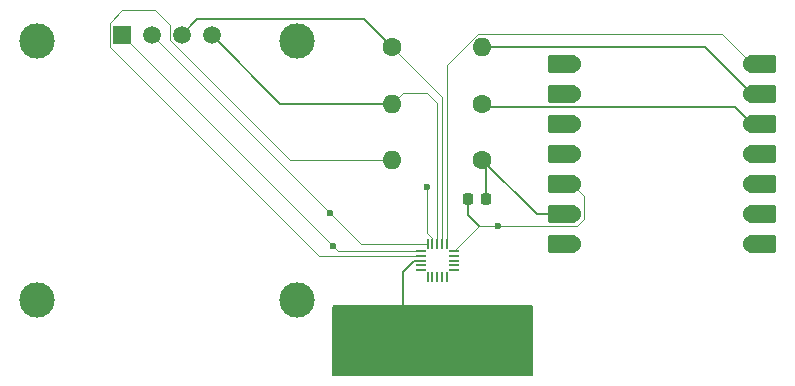
<source format=gbr>
%TF.GenerationSoftware,KiCad,Pcbnew,8.0.7*%
%TF.CreationDate,2025-07-29T16:18:33-04:00*%
%TF.ProjectId,hermes,6865726d-6573-42e6-9b69-6361645f7063,rev?*%
%TF.SameCoordinates,Original*%
%TF.FileFunction,Copper,L1,Top*%
%TF.FilePolarity,Positive*%
%FSLAX46Y46*%
G04 Gerber Fmt 4.6, Leading zero omitted, Abs format (unit mm)*
G04 Created by KiCad (PCBNEW 8.0.7) date 2025-07-29 16:18:33*
%MOMM*%
%LPD*%
G01*
G04 APERTURE LIST*
G04 Aperture macros list*
%AMRoundRect*
0 Rectangle with rounded corners*
0 $1 Rounding radius*
0 $2 $3 $4 $5 $6 $7 $8 $9 X,Y pos of 4 corners*
0 Add a 4 corners polygon primitive as box body*
4,1,4,$2,$3,$4,$5,$6,$7,$8,$9,$2,$3,0*
0 Add four circle primitives for the rounded corners*
1,1,$1+$1,$2,$3*
1,1,$1+$1,$4,$5*
1,1,$1+$1,$6,$7*
1,1,$1+$1,$8,$9*
0 Add four rect primitives between the rounded corners*
20,1,$1+$1,$2,$3,$4,$5,0*
20,1,$1+$1,$4,$5,$6,$7,0*
20,1,$1+$1,$6,$7,$8,$9,0*
20,1,$1+$1,$8,$9,$2,$3,0*%
%AMFreePoly0*
4,1,14,0.088284,0.450784,0.100000,0.422500,0.100000,-0.422500,0.088284,-0.450784,0.060000,-0.462500,0.036569,-0.462500,0.008285,-0.450784,-0.088284,-0.354215,-0.100000,-0.325931,-0.100000,0.422500,-0.088284,0.450784,-0.060000,0.462500,0.060000,0.462500,0.088284,0.450784,0.088284,0.450784,$1*%
%AMFreePoly1*
4,1,14,0.088284,0.450784,0.100000,0.422500,0.100000,-0.325931,0.088284,-0.354215,-0.008285,-0.450784,-0.036569,-0.462500,-0.060000,-0.462500,-0.088284,-0.450784,-0.100000,-0.422500,-0.100000,0.422500,-0.088284,0.450784,-0.060000,0.462500,0.060000,0.462500,0.088284,0.450784,0.088284,0.450784,$1*%
%AMFreePoly2*
4,1,14,0.450784,0.088284,0.462500,0.060000,0.462500,-0.060000,0.450784,-0.088284,0.422500,-0.100000,-0.422500,-0.100000,-0.450784,-0.088284,-0.462500,-0.060000,-0.462500,-0.036569,-0.450784,-0.008285,-0.354215,0.088284,-0.325931,0.100000,0.422500,0.100000,0.450784,0.088284,0.450784,0.088284,$1*%
%AMFreePoly3*
4,1,14,0.450784,0.088284,0.462500,0.060000,0.462500,-0.060000,0.450784,-0.088284,0.422500,-0.100000,-0.325931,-0.100000,-0.354215,-0.088284,-0.450784,0.008285,-0.462500,0.036569,-0.462500,0.060000,-0.450784,0.088284,-0.422500,0.100000,0.422500,0.100000,0.450784,0.088284,0.450784,0.088284,$1*%
%AMFreePoly4*
4,1,14,-0.008285,0.450784,0.088284,0.354215,0.100000,0.325931,0.100000,-0.422500,0.088284,-0.450784,0.060000,-0.462500,-0.060000,-0.462500,-0.088284,-0.450784,-0.100000,-0.422500,-0.100000,0.422500,-0.088284,0.450784,-0.060000,0.462500,-0.036569,0.462500,-0.008285,0.450784,-0.008285,0.450784,$1*%
%AMFreePoly5*
4,1,14,0.088284,0.450784,0.100000,0.422500,0.100000,-0.422500,0.088284,-0.450784,0.060000,-0.462500,-0.060000,-0.462500,-0.088284,-0.450784,-0.100000,-0.422500,-0.100000,0.325931,-0.088284,0.354215,0.008285,0.450784,0.036569,0.462500,0.060000,0.462500,0.088284,0.450784,0.088284,0.450784,$1*%
%AMFreePoly6*
4,1,14,0.450784,0.088284,0.462500,0.060000,0.462500,0.036569,0.450784,0.008285,0.354215,-0.088284,0.325931,-0.100000,-0.422500,-0.100000,-0.450784,-0.088284,-0.462500,-0.060000,-0.462500,0.060000,-0.450784,0.088284,-0.422500,0.100000,0.422500,0.100000,0.450784,0.088284,0.450784,0.088284,$1*%
%AMFreePoly7*
4,1,14,0.354215,0.088284,0.450784,-0.008285,0.462500,-0.036569,0.462500,-0.060000,0.450784,-0.088284,0.422500,-0.100000,-0.422500,-0.100000,-0.450784,-0.088284,-0.462500,-0.060000,-0.462500,0.060000,-0.450784,0.088284,-0.422500,0.100000,0.325931,0.100000,0.354215,0.088284,0.354215,0.088284,$1*%
G04 Aperture macros list end*
%TA.AperFunction,ComponentPad*%
%ADD10R,1.508000X1.508000*%
%TD*%
%TA.AperFunction,ComponentPad*%
%ADD11C,1.508000*%
%TD*%
%TA.AperFunction,ComponentPad*%
%ADD12C,3.000000*%
%TD*%
%TA.AperFunction,ComponentPad*%
%ADD13C,1.600000*%
%TD*%
%TA.AperFunction,ComponentPad*%
%ADD14O,1.600000X1.600000*%
%TD*%
%TA.AperFunction,SMDPad,CuDef*%
%ADD15FreePoly0,270.000000*%
%TD*%
%TA.AperFunction,SMDPad,CuDef*%
%ADD16RoundRect,0.050000X-0.412500X0.050000X-0.412500X-0.050000X0.412500X-0.050000X0.412500X0.050000X0*%
%TD*%
%TA.AperFunction,SMDPad,CuDef*%
%ADD17FreePoly1,270.000000*%
%TD*%
%TA.AperFunction,SMDPad,CuDef*%
%ADD18FreePoly2,270.000000*%
%TD*%
%TA.AperFunction,SMDPad,CuDef*%
%ADD19RoundRect,0.050000X-0.050000X0.412500X-0.050000X-0.412500X0.050000X-0.412500X0.050000X0.412500X0*%
%TD*%
%TA.AperFunction,SMDPad,CuDef*%
%ADD20FreePoly3,270.000000*%
%TD*%
%TA.AperFunction,SMDPad,CuDef*%
%ADD21FreePoly4,270.000000*%
%TD*%
%TA.AperFunction,SMDPad,CuDef*%
%ADD22FreePoly5,270.000000*%
%TD*%
%TA.AperFunction,SMDPad,CuDef*%
%ADD23FreePoly6,270.000000*%
%TD*%
%TA.AperFunction,SMDPad,CuDef*%
%ADD24FreePoly7,270.000000*%
%TD*%
%TA.AperFunction,SMDPad,CuDef*%
%ADD25RoundRect,0.152400X-1.063600X-0.609600X1.063600X-0.609600X1.063600X0.609600X-1.063600X0.609600X0*%
%TD*%
%TA.AperFunction,ComponentPad*%
%ADD26C,1.524000*%
%TD*%
%TA.AperFunction,SMDPad,CuDef*%
%ADD27RoundRect,0.152400X1.063600X0.609600X-1.063600X0.609600X-1.063600X-0.609600X1.063600X-0.609600X0*%
%TD*%
%TA.AperFunction,SMDPad,CuDef*%
%ADD28RoundRect,0.225000X-0.225000X-0.250000X0.225000X-0.250000X0.225000X0.250000X-0.225000X0.250000X0*%
%TD*%
%TA.AperFunction,ViaPad*%
%ADD29C,0.600000*%
%TD*%
%TA.AperFunction,Conductor*%
%ADD30C,0.200000*%
%TD*%
%TA.AperFunction,Conductor*%
%ADD31C,0.100000*%
%TD*%
G04 APERTURE END LIST*
D10*
%TO.P,U3,1,GND*%
%TO.N,VSS*%
X116158750Y-56081250D03*
D11*
%TO.P,U3,2,VCC_IN*%
%TO.N,3V3*%
X118698750Y-56081250D03*
%TO.P,U3,3,SCL*%
%TO.N,SCL*%
X121238750Y-56081250D03*
%TO.P,U3,4,SDA*%
%TO.N,SDA*%
X123778750Y-56081250D03*
D12*
%TO.P,U3,S1*%
%TO.N,N/C*%
X108968750Y-56581250D03*
%TO.P,U3,S2*%
X130968750Y-56581250D03*
%TO.P,U3,S3*%
X130968750Y-78581250D03*
%TO.P,U3,S4*%
X108968750Y-78581250D03*
%TD*%
D13*
%TO.P,R1,1*%
%TO.N,Net-(U1-GPIO6{slash}SDA)*%
X146685000Y-61912500D03*
D14*
%TO.P,R1,2*%
%TO.N,SDA*%
X139065000Y-61912500D03*
%TD*%
D13*
%TO.P,R2,1*%
%TO.N,SCL*%
X139065000Y-57150000D03*
D14*
%TO.P,R2,2*%
%TO.N,Net-(U1-GPIO7{slash}SCL)*%
X146685000Y-57150000D03*
%TD*%
D15*
%TO.P,U2,20,VDD*%
%TO.N,3V3*%
X144262500Y-74406250D03*
D16*
%TO.P,U2,19,LED7/ELE11*%
%TO.N,unconnected-(U2-LED7{slash}ELE11-Pad19)*%
X144262500Y-74806250D03*
%TO.P,U2,18,LED6/ELE10*%
%TO.N,unconnected-(U2-LED6{slash}ELE10-Pad18)*%
X144262500Y-75206250D03*
%TO.P,U2,17,LED5/ELE9*%
%TO.N,unconnected-(U2-LED5{slash}ELE9-Pad17)*%
X144262500Y-75606250D03*
D17*
%TO.P,U2,16,LED4/ELE8*%
%TO.N,unconnected-(U2-LED4{slash}ELE8-Pad16)*%
X144262500Y-76006250D03*
D18*
%TO.P,U2,15,LED3/ELE7*%
%TO.N,unconnected-(U2-LED3{slash}ELE7-Pad15)*%
X143675000Y-76593750D03*
D19*
%TO.P,U2,14,LED2/ELE6*%
%TO.N,unconnected-(U2-LED2{slash}ELE6-Pad14)*%
X143275000Y-76593750D03*
%TO.P,U2,13,LED1/ELE5*%
%TO.N,unconnected-(U2-LED1{slash}ELE5-Pad13)*%
X142875000Y-76593750D03*
%TO.P,U2,12,LED0/ELE4*%
%TO.N,unconnected-(U2-LED0{slash}ELE4-Pad12)*%
X142475000Y-76593750D03*
D20*
%TO.P,U2,11,ELE3*%
%TO.N,unconnected-(U2-ELE3-Pad11)*%
X142075000Y-76593750D03*
D21*
%TO.P,U2,10,ELE2*%
%TO.N,unconnected-(U2-ELE2-Pad10)*%
X141487500Y-76006250D03*
D16*
%TO.P,U2,9,ELE1*%
%TO.N,unconnected-(U2-ELE1-Pad9)*%
X141487500Y-75606250D03*
%TO.P,U2,8,ELE0*%
%TO.N,ELE0*%
X141487500Y-75206250D03*
%TO.P,U2,7,REXT*%
%TO.N,Net-(U2-REXT)*%
X141487500Y-74806250D03*
D22*
%TO.P,U2,6,VSS*%
%TO.N,VSS*%
X141487500Y-74406250D03*
D23*
%TO.P,U2,5,VREG*%
%TO.N,3V3*%
X142075000Y-73818750D03*
D19*
%TO.P,U2,4,ADDR*%
%TO.N,VSS*%
X142475000Y-73818750D03*
%TO.P,U2,3,SDA*%
%TO.N,SDA*%
X142875000Y-73818750D03*
%TO.P,U2,2,SCL*%
%TO.N,SCL*%
X143275000Y-73818750D03*
D24*
%TO.P,U2,1,~{IRQ}*%
%TO.N,IRQ*%
X143675000Y-73818750D03*
%TD*%
D13*
%TO.P,R3,1*%
%TO.N,VSS*%
X146685000Y-66675000D03*
D14*
%TO.P,R3,2*%
%TO.N,Net-(U2-REXT)*%
X139065000Y-66675000D03*
%TD*%
D25*
%TO.P,U1,1,GPIO26/ADC0/A0*%
%TO.N,unconnected-(U1-GPIO26{slash}ADC0{slash}A0-Pad1)*%
X170380000Y-73818750D03*
D26*
X169545000Y-73818750D03*
D25*
%TO.P,U1,2,GPIO27/ADC1/A1*%
%TO.N,unconnected-(U1-GPIO27{slash}ADC1{slash}A1-Pad2)*%
X170380000Y-71278750D03*
D26*
X169545000Y-71278750D03*
D25*
%TO.P,U1,3,GPIO28/ADC2/A2*%
%TO.N,unconnected-(U1-GPIO28{slash}ADC2{slash}A2-Pad3)*%
X170380000Y-68738750D03*
D26*
X169545000Y-68738750D03*
D25*
%TO.P,U1,4,GPIO29/ADC3/A3*%
%TO.N,unconnected-(U1-GPIO29{slash}ADC3{slash}A3-Pad4)*%
X170380000Y-66198750D03*
D26*
X169545000Y-66198750D03*
D25*
%TO.P,U1,5,GPIO6/SDA*%
%TO.N,Net-(U1-GPIO6{slash}SDA)*%
X170380000Y-63658750D03*
D26*
X169545000Y-63658750D03*
D25*
%TO.P,U1,6,GPIO7/SCL*%
%TO.N,Net-(U1-GPIO7{slash}SCL)*%
X170380000Y-61118750D03*
D26*
X169545000Y-61118750D03*
D25*
%TO.P,U1,7,GPIO0/TX*%
%TO.N,IRQ*%
X170380000Y-58578750D03*
D26*
X169545000Y-58578750D03*
%TO.P,U1,8,GPIO1/RX*%
%TO.N,unconnected-(U1-GPIO1{slash}RX-Pad8)*%
X154305000Y-58578750D03*
D27*
X153470000Y-58578750D03*
D26*
%TO.P,U1,9,GPIO2/SCK*%
%TO.N,unconnected-(U1-GPIO2{slash}SCK-Pad9)*%
X154305000Y-61118750D03*
D27*
X153470000Y-61118750D03*
D26*
%TO.P,U1,10,GPIO4/MISO*%
%TO.N,unconnected-(U1-GPIO4{slash}MISO-Pad10)*%
X154305000Y-63658750D03*
D27*
X153470000Y-63658750D03*
D26*
%TO.P,U1,11,GPIO3/MOSI*%
%TO.N,unconnected-(U1-GPIO3{slash}MOSI-Pad11)*%
X154305000Y-66198750D03*
D27*
X153470000Y-66198750D03*
D26*
%TO.P,U1,12,3V3*%
%TO.N,3V3*%
X154305000Y-68738750D03*
D27*
X153470000Y-68738750D03*
D26*
%TO.P,U1,13,GND*%
%TO.N,VSS*%
X154305000Y-71278750D03*
D27*
X153470000Y-71278750D03*
D26*
%TO.P,U1,14,VBUS*%
%TO.N,unconnected-(U1-VBUS-Pad14)*%
X154305000Y-73818750D03*
D27*
X153470000Y-73818750D03*
%TD*%
D28*
%TO.P,C1,1*%
%TO.N,3V3*%
X145450000Y-70000000D03*
%TO.P,C1,2*%
%TO.N,VSS*%
X147000000Y-70000000D03*
%TD*%
D29*
%TO.N,3V3*%
X148000000Y-72290750D03*
X133808750Y-71191250D03*
%TO.N,VSS*%
X142000000Y-69000000D03*
X134038750Y-73961250D03*
%TD*%
D30*
%TO.N,VSS*%
X147000000Y-66990000D02*
X146685000Y-66675000D01*
X147000000Y-70000000D02*
X147000000Y-66990000D01*
%TO.N,3V3*%
X145450000Y-70000000D02*
X145450000Y-71362750D01*
X145450000Y-71362750D02*
X146378000Y-72290750D01*
%TO.N,ELE0*%
X140000000Y-76134890D02*
X140000000Y-79000000D01*
X140928640Y-75206250D02*
X140000000Y-76134890D01*
X141487500Y-75206250D02*
X140928640Y-75206250D01*
%TO.N,3V3*%
X152903640Y-68738750D02*
X154305000Y-68738750D01*
D31*
X146378000Y-72290750D02*
X148000000Y-72290750D01*
X144262500Y-74406250D02*
X146378000Y-72290750D01*
X142075000Y-73818750D02*
X136436250Y-73818750D01*
X155317000Y-69750750D02*
X154305000Y-68738750D01*
X154724185Y-72290750D02*
X155317000Y-71697935D01*
X133808750Y-71191250D02*
X118698750Y-56081250D01*
X155317000Y-71697935D02*
X155317000Y-69750750D01*
X136436250Y-73818750D02*
X133808750Y-71191250D01*
X148000000Y-72290750D02*
X154724185Y-72290750D01*
%TO.N,VSS*%
X134483750Y-74406250D02*
X134038750Y-73961250D01*
X141487500Y-74406250D02*
X134483750Y-74406250D01*
X142475000Y-73312524D02*
X142000000Y-72837524D01*
X142000000Y-72837524D02*
X142000000Y-69000000D01*
D30*
X151288750Y-71278750D02*
X154305000Y-71278750D01*
D31*
X142475000Y-73818750D02*
X142475000Y-73312524D01*
D30*
X146685000Y-66675000D02*
X151288750Y-71278750D01*
D31*
X134038750Y-73961250D02*
X116158750Y-56081250D01*
D30*
%TO.N,Net-(U1-GPIO6{slash}SDA)*%
X146953250Y-62180750D02*
X168067000Y-62180750D01*
X168067000Y-62180750D02*
X169545000Y-63658750D01*
X146685000Y-61912500D02*
X146953250Y-62180750D01*
D31*
%TO.N,SDA*%
X142875000Y-73818750D02*
X142875000Y-61875000D01*
D30*
X123778750Y-56081250D02*
X129610000Y-61912500D01*
X129610000Y-61912500D02*
X139065000Y-61912500D01*
D31*
X142875000Y-61875000D02*
X142000000Y-61000000D01*
X139977500Y-61000000D02*
X139065000Y-61912500D01*
X142000000Y-61000000D02*
X139977500Y-61000000D01*
D30*
%TO.N,SCL*%
X136683750Y-54768750D02*
X122551250Y-54768750D01*
X122551250Y-54768750D02*
X121238750Y-56081250D01*
X139065000Y-57150000D02*
X136683750Y-54768750D01*
D31*
X143275000Y-73818750D02*
X143275000Y-61360000D01*
X143275000Y-61360000D02*
X139065000Y-57150000D01*
D30*
%TO.N,Net-(U1-GPIO7{slash}SCL)*%
X146685000Y-57150000D02*
X165576250Y-57150000D01*
X165576250Y-57150000D02*
X169545000Y-61118750D01*
D31*
%TO.N,Net-(U2-REXT)*%
X115154750Y-57085250D02*
X115154750Y-55077250D01*
X116232000Y-54000000D02*
X119000000Y-54000000D01*
X120234750Y-56497121D02*
X130412629Y-66675000D01*
X115154750Y-55077250D02*
X116232000Y-54000000D01*
X119000000Y-54000000D02*
X120234750Y-55234750D01*
X132875750Y-74806250D02*
X115154750Y-57085250D01*
X120234750Y-55234750D02*
X120234750Y-56497121D01*
X130412629Y-66675000D02*
X139065000Y-66675000D01*
X141487500Y-74806250D02*
X132875750Y-74806250D01*
D30*
%TO.N,IRQ*%
X170622630Y-58578750D02*
X169545000Y-58578750D01*
D31*
X143675000Y-73818750D02*
X143675000Y-58675075D01*
X143675000Y-58675075D02*
X146350075Y-56000000D01*
X146350075Y-56000000D02*
X166966250Y-56000000D01*
X166966250Y-56000000D02*
X169545000Y-58578750D01*
%TD*%
%TA.AperFunction,Conductor*%
%TO.N,ELE0*%
G36*
X150943039Y-79019685D02*
G01*
X150988794Y-79072489D01*
X151000000Y-79124000D01*
X151000000Y-84876000D01*
X150980315Y-84943039D01*
X150927511Y-84988794D01*
X150876000Y-85000000D01*
X134124000Y-85000000D01*
X134056961Y-84980315D01*
X134011206Y-84927511D01*
X134000000Y-84876000D01*
X134000000Y-79124000D01*
X134019685Y-79056961D01*
X134072489Y-79011206D01*
X134124000Y-79000000D01*
X150876000Y-79000000D01*
X150943039Y-79019685D01*
G37*
%TD.AperFunction*%
%TD*%
M02*

</source>
